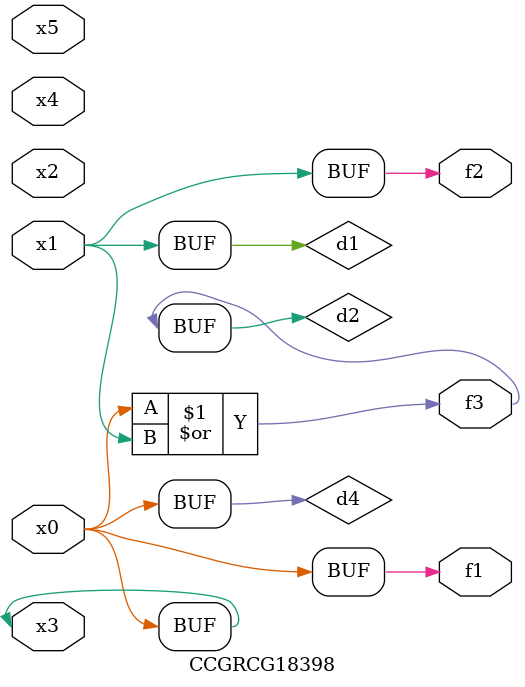
<source format=v>
module CCGRCG18398(
	input x0, x1, x2, x3, x4, x5,
	output f1, f2, f3
);

	wire d1, d2, d3, d4;

	and (d1, x1);
	or (d2, x0, x1);
	nand (d3, x0, x5);
	buf (d4, x0, x3);
	assign f1 = d4;
	assign f2 = d1;
	assign f3 = d2;
endmodule

</source>
